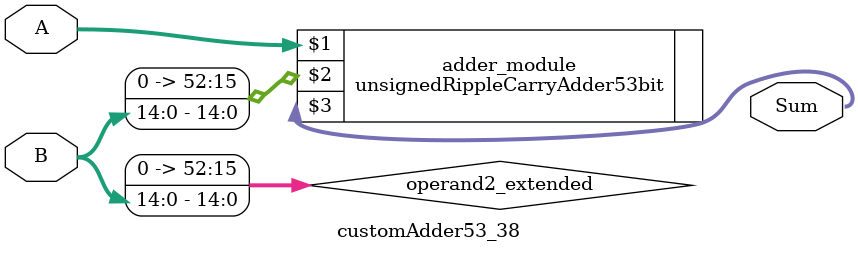
<source format=v>
module customAdder53_38(
                        input [52 : 0] A,
                        input [14 : 0] B,
                        
                        output [53 : 0] Sum
                );

        wire [52 : 0] operand2_extended;
        
        assign operand2_extended =  {38'b0, B};
        
        unsignedRippleCarryAdder53bit adder_module(
            A,
            operand2_extended,
            Sum
        );
        
        endmodule
        
</source>
